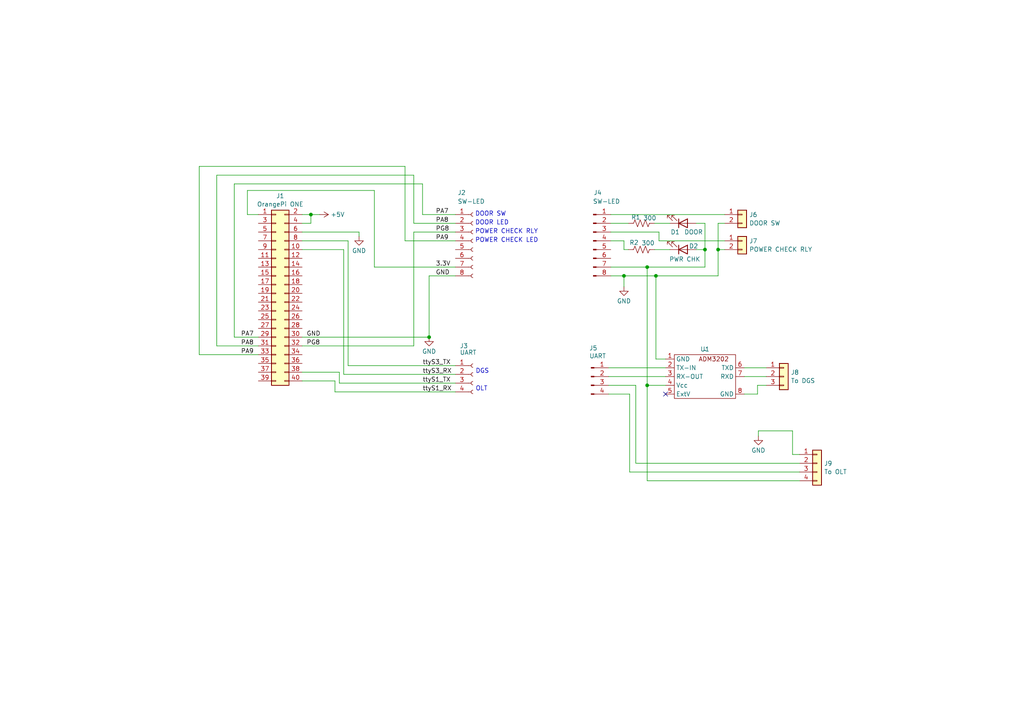
<source format=kicad_sch>
(kicad_sch (version 20230121) (generator eeschema)
  (paper "A4")
  (title_block (title "Patrol Hat Circuit") (date "2023-10-27") (rev "1.00") (company "HOLLY&Co.,Ltd."))
  (lib_symbols
    (symbol "Connector:Conn_01x04_Pin" (pin_names (offset 1.016) hide)
      (property "Reference" "J" (at 0 5.08 0))
      (property "Value" "Conn_01x04_Pin" (at 0 -7.62 0))
      (symbol "Conn_01x04_Pin_1_1"
        (polyline (pts (xy 1.27 -5.08) (xy 0.8636 -5.08)) (stroke (width 0.1524)))
        (polyline (pts (xy 1.27 -2.54) (xy 0.8636 -2.54)) (stroke (width 0.1524)))
        (polyline (pts (xy 1.27 0) (xy 0.8636 0)) (stroke (width 0.1524)))
        (polyline (pts (xy 1.27 2.54) (xy 0.8636 2.54)) (stroke (width 0.1524)))
        (rectangle (start 0.8636 -4.953) (end 0 -5.207) (stroke (width 0.1524)) (fill (type outline)))
        (rectangle (start 0.8636 -2.413) (end 0 -2.667) (stroke (width 0.1524)) (fill (type outline)))
        (rectangle (start 0.8636 0.127) (end 0 -0.127) (stroke (width 0.1524)) (fill (type outline)))
        (rectangle (start 0.8636 2.667) (end 0 2.413) (stroke (width 0.1524)) (fill (type outline)))
        (pin passive line (at 5.08 2.54 180) (length 3.81) (name "Pin_1") (number "1"))
        (pin passive line (at 5.08 0 180) (length 3.81) (name "Pin_2") (number "2"))
        (pin passive line (at 5.08 -2.54 180) (length 3.81) (name "Pin_3") (number "3"))
        (pin passive line (at 5.08 -5.08 180) (length 3.81) (name "Pin_4") (number "4"))
      )
    )
    (symbol "Connector:Conn_01x04_Socket" (pin_names (offset 1.016) hide)
      (property "Reference" "J" (at 0 5.08 0))
      (property "Value" "Conn_01x04_Socket" (at 0 -7.62 0))
      (symbol "Conn_01x04_Socket_1_1"
        (arc (start 0 -4.572) (mid -0.5058 -5.08) (end 0 -5.588) (stroke (width 0.1524)))
        (arc (start 0 -2.032) (mid -0.5058 -2.54) (end 0 -3.048) (stroke (width 0.1524)))
        (polyline (pts (xy -1.27 -5.08) (xy -0.508 -5.08)) (stroke (width 0.1524)))
        (polyline (pts (xy -1.27 -2.54) (xy -0.508 -2.54)) (stroke (width 0.1524)))
        (polyline (pts (xy -1.27 0) (xy -0.508 0)) (stroke (width 0.1524)))
        (polyline (pts (xy -1.27 2.54) (xy -0.508 2.54)) (stroke (width 0.1524)))
        (arc (start 0 0.508) (mid -0.5058 0) (end 0 -0.508) (stroke (width 0.1524)))
        (arc (start 0 3.048) (mid -0.5058 2.54) (end 0 2.032) (stroke (width 0.1524)))
        (pin passive line (at -5.08 2.54 0) (length 3.81) (name "Pin_1") (number "1"))
        (pin passive line (at -5.08 0 0) (length 3.81) (name "Pin_2") (number "2"))
        (pin passive line (at -5.08 -2.54 0) (length 3.81) (name "Pin_3") (number "3"))
        (pin passive line (at -5.08 -5.08 0) (length 3.81) (name "Pin_4") (number "4"))
      )
    )
    (symbol "Connector:Conn_01x08_Pin" (pin_names (offset 1.016) hide)
      (property "Reference" "J" (at 0 10.16 0))
      (property "Value" "Conn_01x08_Pin" (at 0 -12.7 0))
      (symbol "Conn_01x08_Pin_1_1"
        (polyline (pts (xy 1.27 -10.16) (xy 0.8636 -10.16)) (stroke (width 0.1524)))
        (polyline (pts (xy 1.27 -7.62) (xy 0.8636 -7.62)) (stroke (width 0.1524)))
        (polyline (pts (xy 1.27 -5.08) (xy 0.8636 -5.08)) (stroke (width 0.1524)))
        (polyline (pts (xy 1.27 -2.54) (xy 0.8636 -2.54)) (stroke (width 0.1524)))
        (polyline (pts (xy 1.27 0) (xy 0.8636 0)) (stroke (width 0.1524)))
        (polyline (pts (xy 1.27 2.54) (xy 0.8636 2.54)) (stroke (width 0.1524)))
        (polyline (pts (xy 1.27 5.08) (xy 0.8636 5.08)) (stroke (width 0.1524)))
        (polyline (pts (xy 1.27 7.62) (xy 0.8636 7.62)) (stroke (width 0.1524)))
        (rectangle (start 0.8636 -10.033) (end 0 -10.287) (stroke (width 0.1524)) (fill (type outline)))
        (rectangle (start 0.8636 -7.493) (end 0 -7.747) (stroke (width 0.1524)) (fill (type outline)))
        (rectangle (start 0.8636 -4.953) (end 0 -5.207) (stroke (width 0.1524)) (fill (type outline)))
        (rectangle (start 0.8636 -2.413) (end 0 -2.667) (stroke (width 0.1524)) (fill (type outline)))
        (rectangle (start 0.8636 0.127) (end 0 -0.127) (stroke (width 0.1524)) (fill (type outline)))
        (rectangle (start 0.8636 2.667) (end 0 2.413) (stroke (width 0.1524)) (fill (type outline)))
        (rectangle (start 0.8636 5.207) (end 0 4.953) (stroke (width 0.1524)) (fill (type outline)))
        (rectangle (start 0.8636 7.747) (end 0 7.493) (stroke (width 0.1524)) (fill (type outline)))
        (pin passive line (at 5.08 7.62 180) (length 3.81) (name "Pin_1") (number "1"))
        (pin passive line (at 5.08 5.08 180) (length 3.81) (name "Pin_2") (number "2"))
        (pin passive line (at 5.08 2.54 180) (length 3.81) (name "Pin_3") (number "3"))
        (pin passive line (at 5.08 0 180) (length 3.81) (name "Pin_4") (number "4"))
        (pin passive line (at 5.08 -2.54 180) (length 3.81) (name "Pin_5") (number "5"))
        (pin passive line (at 5.08 -5.08 180) (length 3.81) (name "Pin_6") (number "6"))
        (pin passive line (at 5.08 -7.62 180) (length 3.81) (name "Pin_7") (number "7"))
        (pin passive line (at 5.08 -10.16 180) (length 3.81) (name "Pin_8") (number "8"))
      )
    )
    (symbol "Connector:Conn_01x08_Socket" (pin_names (offset 1.016) hide)
      (property "Reference" "J" (at 0 10.16 0))
      (property "Value" "Conn_01x08_Socket" (at 0 -12.7 0))
      (symbol "Conn_01x08_Socket_1_1"
        (arc (start 0 -9.652) (mid -0.5058 -10.16) (end 0 -10.668) (stroke (width 0.1524)))
        (arc (start 0 -7.112) (mid -0.5058 -7.62) (end 0 -8.128) (stroke (width 0.1524)))
        (arc (start 0 -4.572) (mid -0.5058 -5.08) (end 0 -5.588) (stroke (width 0.1524)))
        (arc (start 0 -2.032) (mid -0.5058 -2.54) (end 0 -3.048) (stroke (width 0.1524)))
        (polyline (pts (xy -1.27 -10.16) (xy -0.508 -10.16)) (stroke (width 0.1524)))
        (polyline (pts (xy -1.27 -7.62) (xy -0.508 -7.62)) (stroke (width 0.1524)))
        (polyline (pts (xy -1.27 -5.08) (xy -0.508 -5.08)) (stroke (width 0.1524)))
        (polyline (pts (xy -1.27 -2.54) (xy -0.508 -2.54)) (stroke (width 0.1524)))
        (polyline (pts (xy -1.27 0) (xy -0.508 0)) (stroke (width 0.1524)))
        (polyline (pts (xy -1.27 2.54) (xy -0.508 2.54)) (stroke (width 0.1524)))
        (polyline (pts (xy -1.27 5.08) (xy -0.508 5.08)) (stroke (width 0.1524)))
        (polyline (pts (xy -1.27 7.62) (xy -0.508 7.62)) (stroke (width 0.1524)))
        (arc (start 0 0.508) (mid -0.5058 0) (end 0 -0.508) (stroke (width 0.1524)))
        (arc (start 0 3.048) (mid -0.5058 2.54) (end 0 2.032) (stroke (width 0.1524)))
        (arc (start 0 5.588) (mid -0.5058 5.08) (end 0 4.572) (stroke (width 0.1524)))
        (arc (start 0 8.128) (mid -0.5058 7.62) (end 0 7.112) (stroke (width 0.1524)))
        (pin passive line (at -5.08 7.62 0) (length 3.81) (name "Pin_1") (number "1"))
        (pin passive line (at -5.08 5.08 0) (length 3.81) (name "Pin_2") (number "2"))
        (pin passive line (at -5.08 2.54 0) (length 3.81) (name "Pin_3") (number "3"))
        (pin passive line (at -5.08 0 0) (length 3.81) (name "Pin_4") (number "4"))
        (pin passive line (at -5.08 -2.54 0) (length 3.81) (name "Pin_5") (number "5"))
        (pin passive line (at -5.08 -5.08 0) (length 3.81) (name "Pin_6") (number "6"))
        (pin passive line (at -5.08 -7.62 0) (length 3.81) (name "Pin_7") (number "7"))
        (pin passive line (at -5.08 -10.16 0) (length 3.81) (name "Pin_8") (number "8"))
      )
    )
    (symbol "Connector_Generic:Conn_01x02" (pin_names (offset 1.016) hide)
      (property "Reference" "J" (at 0 2.54 0))
      (property "Value" "Conn_01x02" (at 0 -5.08 0))
      (symbol "Conn_01x02_1_1"
        (rectangle (start -1.27 -2.413) (end 0 -2.667) (stroke (width 0.1524)))
        (rectangle (start -1.27 0.127) (end 0 -0.127) (stroke (width 0.1524)))
        (rectangle (start -1.27 1.27) (end 1.27 -3.81) (stroke (width 0.254)) (fill (type background)))
        (pin passive line (at -5.08 0 0) (length 3.81) (name "Pin_1") (number "1"))
        (pin passive line (at -5.08 -2.54 0) (length 3.81) (name "Pin_2") (number "2"))
      )
    )
    (symbol "Connector_Generic:Conn_01x03" (pin_names (offset 1.016) hide)
      (property "Reference" "J" (at 0 5.08 0))
      (property "Value" "Conn_01x03" (at 0 -5.08 0))
      (symbol "Conn_01x03_1_1"
        (rectangle (start -1.27 -2.413) (end 0 -2.667) (stroke (width 0.1524)))
        (rectangle (start -1.27 0.127) (end 0 -0.127) (stroke (width 0.1524)))
        (rectangle (start -1.27 2.667) (end 0 2.413) (stroke (width 0.1524)))
        (rectangle (start -1.27 3.81) (end 1.27 -3.81) (stroke (width 0.254)) (fill (type background)))
        (pin passive line (at -5.08 2.54 0) (length 3.81) (name "Pin_1") (number "1"))
        (pin passive line (at -5.08 0 0) (length 3.81) (name "Pin_2") (number "2"))
        (pin passive line (at -5.08 -2.54 0) (length 3.81) (name "Pin_3") (number "3"))
      )
    )
    (symbol "Connector_Generic:Conn_01x04" (pin_names (offset 1.016) hide)
      (property "Reference" "J" (at 0 5.08 0))
      (property "Value" "Conn_01x04" (at 0 -7.62 0))
      (symbol "Conn_01x04_1_1"
        (rectangle (start -1.27 -4.953) (end 0 -5.207) (stroke (width 0.1524)))
        (rectangle (start -1.27 -2.413) (end 0 -2.667) (stroke (width 0.1524)))
        (rectangle (start -1.27 0.127) (end 0 -0.127) (stroke (width 0.1524)))
        (rectangle (start -1.27 2.667) (end 0 2.413) (stroke (width 0.1524)))
        (rectangle (start -1.27 3.81) (end 1.27 -6.35) (stroke (width 0.254)) (fill (type background)))
        (pin passive line (at -5.08 2.54 0) (length 3.81) (name "Pin_1") (number "1"))
        (pin passive line (at -5.08 0 0) (length 3.81) (name "Pin_2") (number "2"))
        (pin passive line (at -5.08 -2.54 0) (length 3.81) (name "Pin_3") (number "3"))
        (pin passive line (at -5.08 -5.08 0) (length 3.81) (name "Pin_4") (number "4"))
      )
    )
    (symbol "Connector_Generic:Conn_02x20_Odd_Even" (pin_names (offset 1.016) hide)
      (property "Reference" "J" (at 1.27 25.4 0))
      (property "Value" "Conn_02x20_Odd_Even" (at 1.27 -27.94 0))
      (symbol "Conn_02x20_Odd_Even_1_1"
        (rectangle (start -1.27 -25.273) (end 0 -25.527) (stroke (width 0.1524)))
        (rectangle (start -1.27 -22.733) (end 0 -22.987) (stroke (width 0.1524)))
        (rectangle (start -1.27 -20.193) (end 0 -20.447) (stroke (width 0.1524)))
        (rectangle (start -1.27 -17.653) (end 0 -17.907) (stroke (width 0.1524)))
        (rectangle (start -1.27 -15.113) (end 0 -15.367) (stroke (width 0.1524)))
        (rectangle (start -1.27 -12.573) (end 0 -12.827) (stroke (width 0.1524)))
        (rectangle (start -1.27 -10.033) (end 0 -10.287) (stroke (width 0.1524)))
        (rectangle (start -1.27 -7.493) (end 0 -7.747) (stroke (width 0.1524)))
        (rectangle (start -1.27 -4.953) (end 0 -5.207) (stroke (width 0.1524)))
        (rectangle (start -1.27 -2.413) (end 0 -2.667) (stroke (width 0.1524)))
        (rectangle (start -1.27 0.127) (end 0 -0.127) (stroke (width 0.1524)))
        (rectangle (start -1.27 2.667) (end 0 2.413) (stroke (width 0.1524)))
        (rectangle (start -1.27 5.207) (end 0 4.953) (stroke (width 0.1524)))
        (rectangle (start -1.27 7.747) (end 0 7.493) (stroke (width 0.1524)))
        (rectangle (start -1.27 10.287) (end 0 10.033) (stroke (width 0.1524)))
        (rectangle (start -1.27 12.827) (end 0 12.573) (stroke (width 0.1524)))
        (rectangle (start -1.27 15.367) (end 0 15.113) (stroke (width 0.1524)))
        (rectangle (start -1.27 17.907) (end 0 17.653) (stroke (width 0.1524)))
        (rectangle (start -1.27 20.447) (end 0 20.193) (stroke (width 0.1524)))
        (rectangle (start -1.27 22.987) (end 0 22.733) (stroke (width 0.1524)))
        (rectangle (start -1.27 24.13) (end 3.81 -26.67) (stroke (width 0.254)) (fill (type background)))
        (rectangle (start 3.81 -25.273) (end 2.54 -25.527) (stroke (width 0.1524)))
        (rectangle (start 3.81 -22.733) (end 2.54 -22.987) (stroke (width 0.1524)))
        (rectangle (start 3.81 -20.193) (end 2.54 -20.447) (stroke (width 0.1524)))
        (rectangle (start 3.81 -17.653) (end 2.54 -17.907) (stroke (width 0.1524)))
        (rectangle (start 3.81 -15.113) (end 2.54 -15.367) (stroke (width 0.1524)))
        (rectangle (start 3.81 -12.573) (end 2.54 -12.827) (stroke (width 0.1524)))
        (rectangle (start 3.81 -10.033) (end 2.54 -10.287) (stroke (width 0.1524)))
        (rectangle (start 3.81 -7.493) (end 2.54 -7.747) (stroke (width 0.1524)))
        (rectangle (start 3.81 -4.953) (end 2.54 -5.207) (stroke (width 0.1524)))
        (rectangle (start 3.81 -2.413) (end 2.54 -2.667) (stroke (width 0.1524)))
        (rectangle (start 3.81 0.127) (end 2.54 -0.127) (stroke (width 0.1524)))
        (rectangle (start 3.81 2.667) (end 2.54 2.413) (stroke (width 0.1524)))
        (rectangle (start 3.81 5.207) (end 2.54 4.953) (stroke (width 0.1524)))
        (rectangle (start 3.81 7.747) (end 2.54 7.493) (stroke (width 0.1524)))
        (rectangle (start 3.81 10.287) (end 2.54 10.033) (stroke (width 0.1524)))
        (rectangle (start 3.81 12.827) (end 2.54 12.573) (stroke (width 0.1524)))
        (rectangle (start 3.81 15.367) (end 2.54 15.113) (stroke (width 0.1524)))
        (rectangle (start 3.81 17.907) (end 2.54 17.653) (stroke (width 0.1524)))
        (rectangle (start 3.81 20.447) (end 2.54 20.193) (stroke (width 0.1524)))
        (rectangle (start 3.81 22.987) (end 2.54 22.733) (stroke (width 0.1524)))
        (pin passive line (at -5.08 22.86 0) (length 3.81) (name "Pin_1") (number "1"))
        (pin passive line (at 7.62 12.7 180) (length 3.81) (name "Pin_10") (number "10"))
        (pin passive line (at -5.08 10.16 0) (length 3.81) (name "Pin_11") (number "11"))
        (pin passive line (at 7.62 10.16 180) (length 3.81) (name "Pin_12") (number "12"))
        (pin passive line (at -5.08 7.62 0) (length 3.81) (name "Pin_13") (number "13"))
        (pin passive line (at 7.62 7.62 180) (length 3.81) (name "Pin_14") (number "14"))
        (pin passive line (at -5.08 5.08 0) (length 3.81) (name "Pin_15") (number "15"))
        (pin passive line (at 7.62 5.08 180) (length 3.81) (name "Pin_16") (number "16"))
        (pin passive line (at -5.08 2.54 0) (length 3.81) (name "Pin_17") (number "17"))
        (pin passive line (at 7.62 2.54 180) (length 3.81) (name "Pin_18") (number "18"))
        (pin passive line (at -5.08 0 0) (length 3.81) (name "Pin_19") (number "19"))
        (pin passive line (at 7.62 22.86 180) (length 3.81) (name "Pin_2") (number "2"))
        (pin passive line (at 7.62 0 180) (length 3.81) (name "Pin_20") (number "20"))
        (pin passive line (at -5.08 -2.54 0) (length 3.81) (name "Pin_21") (number "21"))
        (pin passive line (at 7.62 -2.54 180) (length 3.81) (name "Pin_22") (number "22"))
        (pin passive line (at -5.08 -5.08 0) (length 3.81) (name "Pin_23") (number "23"))
        (pin passive line (at 7.62 -5.08 180) (length 3.81) (name "Pin_24") (number "24"))
        (pin passive line (at -5.08 -7.62 0) (length 3.81) (name "Pin_25") (number "25"))
        (pin passive line (at 7.62 -7.62 180) (length 3.81) (name "Pin_26") (number "26"))
        (pin passive line (at -5.08 -10.16 0) (length 3.81) (name "Pin_27") (number "27"))
        (pin passive line (at 7.62 -10.16 180) (length 3.81) (name "Pin_28") (number "28"))
        (pin passive line (at -5.08 -12.7 0) (length 3.81) (name "Pin_29") (number "29"))
        (pin passive line (at -5.08 20.32 0) (length 3.81) (name "Pin_3") (number "3"))
        (pin passive line (at 7.62 -12.7 180) (length 3.81) (name "Pin_30") (number "30"))
        (pin passive line (at -5.08 -15.24 0) (length 3.81) (name "Pin_31") (number "31"))
        (pin passive line (at 7.62 -15.24 180) (length 3.81) (name "Pin_32") (number "32"))
        (pin passive line (at -5.08 -17.78 0) (length 3.81) (name "Pin_33") (number "33"))
        (pin passive line (at 7.62 -17.78 180) (length 3.81) (name "Pin_34") (number "34"))
        (pin passive line (at -5.08 -20.32 0) (length 3.81) (name "Pin_35") (number "35"))
        (pin passive line (at 7.62 -20.32 180) (length 3.81) (name "Pin_36") (number "36"))
        (pin passive line (at -5.08 -22.86 0) (length 3.81) (name "Pin_37") (number "37"))
        (pin passive line (at 7.62 -22.86 180) (length 3.81) (name "Pin_38") (number "38"))
        (pin passive line (at -5.08 -25.4 0) (length 3.81) (name "Pin_39") (number "39"))
        (pin passive line (at 7.62 20.32 180) (length 3.81) (name "Pin_4") (number "4"))
        (pin passive line (at 7.62 -25.4 180) (length 3.81) (name "Pin_40") (number "40"))
        (pin passive line (at -5.08 17.78 0) (length 3.81) (name "Pin_5") (number "5"))
        (pin passive line (at 7.62 17.78 180) (length 3.81) (name "Pin_6") (number "6"))
        (pin passive line (at -5.08 15.24 0) (length 3.81) (name "Pin_7") (number "7"))
        (pin passive line (at 7.62 15.24 180) (length 3.81) (name "Pin_8") (number "8"))
        (pin passive line (at -5.08 12.7 0) (length 3.81) (name "Pin_9") (number "9"))
      )
    )
    (symbol "Device:LED" (pin_numbers hide) (pin_names (offset 1.016) hide)
      (property "Reference" "D" (at 0 2.54 0))
      (property "Value" "LED" (at 0 -2.54 0))
      (symbol "LED_0_1"
        (polyline (pts (xy -1.27 -1.27) (xy -1.27 1.27)) (stroke (width 0.254)))
        (polyline (pts (xy -1.27 0) (xy 1.27 0)))
        (polyline (pts (xy 1.27 -1.27) (xy 1.27 1.27) (xy -1.27 0) (xy 1.27 -1.27)) (stroke (width 0.254)))
        (polyline (pts (xy -3.048 -0.762) (xy -4.572 -2.286) (xy -3.81 -2.286) (xy -4.572 -2.286) (xy -4.572 -1.524)))
        (polyline (pts (xy -1.778 -0.762) (xy -3.302 -2.286) (xy -2.54 -2.286) (xy -3.302 -2.286) (xy -3.302 -1.524)))
      )
      (symbol "LED_1_1"
        (pin passive line (at -3.81 0 0) (length 2.54) (name "K") (number "1"))
        (pin passive line (at 3.81 0 180) (length 2.54) (name "A") (number "2"))
      )
    )
    (symbol "Device:R_US" (pin_numbers hide) (pin_names (offset 0))
      (property "Reference" "R" (at 2.54 0 90))
      (property "Value" "R_US" (at -2.54 0 90))
      (symbol "R_US_0_1"
        (polyline (pts (xy 0 -2.286) (xy 0 -2.54)))
        (polyline (pts (xy 0 2.286) (xy 0 2.54)))
        (polyline (pts (xy 0 -0.762) (xy 1.016 -1.143) (xy 0 -1.524) (xy -1.016 -1.905) (xy 0 -2.286)))
        (polyline (pts (xy 0 0.762) (xy 1.016 0.381) (xy 0 0) (xy -1.016 -0.381) (xy 0 -0.762)))
        (polyline (pts (xy 0 2.286) (xy 1.016 1.905) (xy 0 1.524) (xy -1.016 1.143) (xy 0 0.762)))
      )
      (symbol "R_US_1_1"
        (pin passive line (at 0 3.81 270) (length 1.27) (name "~") (number "1"))
        (pin passive line (at 0 -3.81 90) (length 1.27) (name "~") (number "2"))
      )
    )
    (symbol "ae-adm3202:AE-ADM3202"
      (property "Reference" "U" (at 0 0 0))
      (symbol "AE-ADM3202_0_1"
        (rectangle (start -8.89 -1.27) (end 8.89 -13.97))
      )
      (symbol "AE-ADM3202_1_1"
        (text "ADM3202" (at 2.54 -2.54 0) (effects (font (size 1.27 1.27))))
        (pin bidirectional line (at -11.43 -2.54 0) (length 2.54) (name "GND") (number "1"))
        (pin input line (at -11.43 -5.08 0) (length 2.54) (name "TX-IN") (number "2"))
        (pin output line (at -11.43 -7.62 0) (length 2.54) (name "RX-OUT") (number "3"))
        (pin power_in line (at -11.43 -10.16 0) (length 2.54) (name "Vcc") (number "4"))
        (pin power_in line (at -11.43 -12.7 0) (length 2.54) (name "ExtV") (number "5"))
        (pin output line (at 11.43 -5.08 180) (length 2.54) (name "TXD") (number "6"))
        (pin input line (at 11.43 -7.62 180) (length 2.54) (name "RXD") (number "7"))
        (pin bidirectional line (at 11.43 -12.7 180) (length 2.54) (name "GND") (number "8"))
      )
    )
    (symbol "power:+5V" (power) (pin_names (offset 0))
      (property "Value" "+5V" (at 0 3.556 0))
      (symbol "+5V_0_1"
        (polyline (pts (xy -0.762 1.27) (xy 0 2.54)))
        (polyline (pts (xy 0 0) (xy 0 2.54)))
        (polyline (pts (xy 0 2.54) (xy 0.762 1.27)))
      )
      (symbol "+5V_1_1"
        (pin power_in line (at 0 0 90) (length 0) hide (name "+5V") (number "1"))
      )
    )
    (symbol "power:GND" (power) (pin_names (offset 0))
      (property "Value" "GND" (at 0 -3.81 0))
      (symbol "GND_0_1"
        (polyline (pts (xy 0 0) (xy 0 -1.27) (xy 1.27 -1.27) (xy 0 -2.54) (xy -1.27 -1.27) (xy 0 -1.27)))
      )
      (symbol "GND_1_1"
        (pin power_in line (at 0 0 270) (length 0) hide (name "GND") (number "1"))
      )
    )
  )
  (junction (at 90.17 62.23))
  (junction (at 124.46 97.79))
  (junction (at 190.246 80.01))
  (junction (at 208.28 72.39))
  (junction (at 187.706 111.76))
  (junction (at 180.975 80.01))
  (junction (at 187.706 77.47))
  (junction (at 204.47 72.39))
  (no_connect (at 193.04 114.3))
  (wire (pts (xy 71.755 55.245) (xy 108.585 55.245)))
  (wire (pts (xy 87.63 67.31) (xy 104.14 67.31)))
  (wire (pts (xy 120.015 64.77) (xy 132.08 64.77)))
  (wire (pts (xy 177.165 80.01) (xy 180.975 80.01)))
  (wire (pts (xy 208.28 64.77) (xy 208.28 72.39)))
  (wire (pts (xy 176.53 111.76) (xy 184.404 111.76)))
  (wire (pts (xy 189.865 64.77) (xy 194.31 64.77)))
  (wire (pts (xy 219.964 124.968) (xy 229.87 124.968)))
  (wire (pts (xy 184.404 134.366) (xy 231.902 134.366)))
  (wire (pts (xy 177.165 77.47) (xy 187.706 77.47)))
  (wire (pts (xy 191.135 69.85) (xy 210.185 69.85)))
  (wire (pts (xy 100.965 106.045) (xy 132.08 106.045)))
  (wire (pts (xy 187.706 139.446) (xy 187.706 111.76)))
  (wire (pts (xy 219.71 111.76) (xy 219.71 114.3)))
  (wire (pts (xy 193.04 111.76) (xy 187.706 111.76)))
  (wire (pts (xy 97.155 113.665) (xy 132.08 113.665)))
  (wire (pts (xy 117.475 48.26) (xy 117.475 69.85)))
  (wire (pts (xy 74.93 62.23) (xy 71.755 62.23)))
  (wire (pts (xy 229.87 124.968) (xy 229.87 131.826)))
  (wire (pts (xy 87.63 110.49) (xy 97.155 110.49)))
  (wire (pts (xy 62.865 50.8) (xy 120.015 50.8)))
  (wire (pts (xy 193.04 104.14) (xy 190.246 104.14)))
  (wire (pts (xy 184.404 111.76) (xy 184.404 134.366)))
  (wire (pts (xy 229.87 131.826) (xy 231.902 131.826)))
  (wire (pts (xy 98.425 107.95) (xy 98.425 111.125)))
  (wire (pts (xy 176.53 106.68) (xy 193.04 106.68)))
  (wire (pts (xy 67.945 97.79) (xy 67.945 53.34)))
  (wire (pts (xy 176.53 109.22) (xy 193.04 109.22)))
  (wire (pts (xy 231.902 139.446) (xy 187.706 139.446)))
  (wire (pts (xy 87.63 64.77) (xy 90.17 64.77)))
  (wire (pts (xy 87.63 107.95) (xy 98.425 107.95)))
  (wire (pts (xy 87.63 100.33) (xy 120.015 100.33)))
  (wire (pts (xy 87.63 97.79) (xy 124.46 97.79)))
  (wire (pts (xy 108.585 55.245) (xy 108.585 77.47)))
  (wire (pts (xy 90.17 62.23) (xy 92.71 62.23)))
  (wire (pts (xy 177.165 69.85) (xy 180.975 69.85)))
  (wire (pts (xy 182.245 72.39) (xy 180.975 72.39)))
  (wire (pts (xy 71.755 62.23) (xy 71.755 55.245)))
  (wire (pts (xy 62.865 100.33) (xy 62.865 50.8)))
  (wire (pts (xy 180.975 80.01) (xy 180.975 83.185)))
  (wire (pts (xy 124.46 80.01) (xy 132.08 80.01)))
  (wire (pts (xy 104.14 67.31) (xy 104.14 68.58)))
  (wire (pts (xy 187.706 77.47) (xy 204.47 77.47)))
  (wire (pts (xy 122.555 62.23) (xy 132.08 62.23)))
  (wire (pts (xy 177.165 64.77) (xy 182.245 64.77)))
  (wire (pts (xy 177.165 62.23) (xy 210.185 62.23)))
  (wire (pts (xy 124.46 97.79) (xy 124.46 80.01)))
  (wire (pts (xy 189.865 72.39) (xy 194.31 72.39)))
  (wire (pts (xy 204.47 77.47) (xy 204.47 72.39)))
  (wire (pts (xy 97.155 110.49) (xy 97.155 113.665)))
  (wire (pts (xy 215.9 109.22) (xy 222.25 109.22)))
  (wire (pts (xy 210.185 64.77) (xy 208.28 64.77)))
  (wire (pts (xy 208.28 72.39) (xy 208.28 80.01)))
  (wire (pts (xy 122.555 53.34) (xy 122.555 62.23)))
  (wire (pts (xy 190.246 80.01) (xy 208.28 80.01)))
  (wire (pts (xy 120.015 100.33) (xy 120.015 67.31)))
  (wire (pts (xy 120.015 67.31) (xy 132.08 67.31)))
  (wire (pts (xy 177.165 67.31) (xy 191.135 67.31)))
  (wire (pts (xy 87.63 62.23) (xy 90.17 62.23)))
  (wire (pts (xy 219.964 126.492) (xy 219.964 124.968)))
  (wire (pts (xy 87.63 69.85) (xy 100.965 69.85)))
  (wire (pts (xy 201.93 72.39) (xy 204.47 72.39)))
  (wire (pts (xy 191.135 67.31) (xy 191.135 69.85)))
  (wire (pts (xy 180.975 80.01) (xy 190.246 80.01)))
  (wire (pts (xy 120.015 50.8) (xy 120.015 64.77)))
  (wire (pts (xy 219.71 111.76) (xy 222.25 111.76)))
  (wire (pts (xy 99.695 72.39) (xy 99.695 108.585)))
  (wire (pts (xy 176.53 114.3) (xy 182.626 114.3)))
  (wire (pts (xy 215.9 106.68) (xy 222.25 106.68)))
  (wire (pts (xy 204.47 72.39) (xy 204.47 64.77)))
  (wire (pts (xy 57.785 48.26) (xy 117.475 48.26)))
  (wire (pts (xy 210.185 72.39) (xy 208.28 72.39)))
  (wire (pts (xy 90.17 64.77) (xy 90.17 62.23)))
  (wire (pts (xy 87.63 72.39) (xy 99.695 72.39)))
  (wire (pts (xy 180.975 72.39) (xy 180.975 69.85)))
  (wire (pts (xy 117.475 69.85) (xy 132.08 69.85)))
  (wire (pts (xy 74.93 97.79) (xy 67.945 97.79)))
  (wire (pts (xy 190.246 104.14) (xy 190.246 80.01)))
  (wire (pts (xy 100.965 69.85) (xy 100.965 106.045)))
  (wire (pts (xy 182.626 114.3) (xy 182.626 136.906)))
  (wire (pts (xy 219.71 114.3) (xy 215.9 114.3)))
  (wire (pts (xy 74.93 102.87) (xy 57.785 102.87)))
  (wire (pts (xy 74.93 100.33) (xy 62.865 100.33)))
  (wire (pts (xy 99.695 108.585) (xy 132.08 108.585)))
  (wire (pts (xy 204.47 64.77) (xy 201.93 64.77)))
  (wire (pts (xy 67.945 53.34) (xy 122.555 53.34)))
  (wire (pts (xy 57.785 102.87) (xy 57.785 48.26)))
  (wire (pts (xy 187.706 77.47) (xy 187.706 111.76)))
  (wire (pts (xy 182.626 136.906) (xy 231.902 136.906)))
  (wire (pts (xy 98.425 111.125) (xy 132.08 111.125)))
  (wire (pts (xy 108.585 77.47) (xy 132.08 77.47)))
  (text "POWER CHECK LED" (at 137.795 70.485 0) (effects (font (size 1.27 1.27)) (justify left bottom)))
  (text "DOOR LED" (at 137.795 65.405 0) (effects (font (size 1.27 1.27)) (justify left bottom)))
  (text "OLT" (at 137.922 113.538 0) (effects (font (size 1.27 1.27)) (justify left bottom)))
  (text "POWER CHECK RLY" (at 137.795 67.945 0) (effects (font (size 1.27 1.27)) (justify left bottom)))
  (text "DGS" (at 137.922 108.458 0) (effects (font (size 1.27 1.27)) (justify left bottom)))
  (text "DOOR SW" (at 137.795 62.865 0) (effects (font (size 1.27 1.27)) (justify left bottom)))
  (label "PA9" (at 126.365 69.85 0))
  (label "PG8" (at 126.365 67.31 0))
  (label "PA7" (at 69.85 97.79 0))
  (label "PA8" (at 69.85 100.33 0))
  (label "ttyS1_RX" (at 122.555 113.665 0))
  (label "ttyS3_TX" (at 122.555 106.045 0))
  (label "PA7" (at 126.365 62.23 0))
  (label "PA8" (at 126.365 64.77 0))
  (label "GND" (at 126.365 80.01 0))
  (label "PG8" (at 88.9 100.33 0))
  (label "3.3V" (at 126.365 77.47 0))
  (label "GND" (at 88.9 97.79 0))
  (label "PA9" (at 69.85 102.87 0))
  (label "ttyS1_TX" (at 122.555 111.125 0))
  (label "ttyS3_RX" (at 122.555 108.585 0))
  (symbol (lib_id "power:GND") (at 180.975 83.185 0) (unit 1)
    (property "Reference" "#PWR04" (effects hide))
    (property "Value" "GND" (at 180.975 87.3181 0))
  )
  (symbol (lib_id "Connector:Conn_01x04_Socket") (at 137.16 108.585 0) (unit 1)
    (property "Reference" "J3" (at 133.35 100.33 0) (effects (justify left)))
    (property "Value" "UART" (at 133.35 102.235 0) (effects (justify left)))
  )
  (symbol (lib_id "Connector_Generic:Conn_01x02") (at 215.265 69.85 0) (unit 1)
    (property "Reference" "J7" (at 217.297 69.9079 0) (effects (justify left)))
    (property "Value" "POWER CHECK RLY" (at 217.297 72.3321 0) (effects (justify left)))
  )
  (symbol (lib_id "Device:LED") (at 198.12 64.77 0) (mirror x) (unit 1)
    (property "Reference" "D1" (at 195.834 67.31 0))
    (property "Value" "DOOR" (at 201.168 67.31 0))
  )
  (symbol (lib_id "Connector_Generic:Conn_01x04") (at 236.982 134.366 0) (unit 1)
    (property "Reference" "J9" (at 239.014 134.4239 0) (effects (justify left)))
    (property "Value" "To OLT" (at 239.014 136.8481 0) (effects (justify left)))
  )
  (symbol (lib_id "Device:R_US") (at 186.055 64.77 90) (unit 1)
    (property "Reference" "R1" (at 184.404 62.992 90))
    (property "Value" "300" (at 188.468 63.246 90))
  )
  (symbol (lib_id "Device:LED") (at 198.12 72.39 0) (mirror x) (unit 1)
    (property "Reference" "D2" (at 201.168 71.374 0))
    (property "Value" "PWR CHK" (at 198.628 75.184 0))
  )
  (symbol (lib_id "Connector_Generic:Conn_02x20_Odd_Even") (at 80.01 85.09 0) (unit 1)
    (property "Reference" "J1" (at 81.28 56.8157 0))
    (property "Value" "OrangePi ONE" (at 81.28 59.2399 0))
  )
  (symbol (lib_id "Connector:Conn_01x08_Socket") (at 137.16 69.85 0) (unit 1)
    (property "Reference" "J2" (at 132.715 55.88 0) (effects (justify left)))
    (property "Value" "SW-LED" (at 132.715 58.42 0) (effects (justify left)))
  )
  (symbol (lib_id "power:+5V") (at 92.71 62.23 270) (unit 1)
    (property "Reference" "#PWR01" (effects hide))
    (property "Value" "+5V" (at 95.885 62.23 90) (effects (justify left)))
  )
  (symbol (lib_id "Connector_Generic:Conn_01x02") (at 215.265 62.23 0) (unit 1)
    (property "Reference" "J6" (at 217.297 62.2879 0) (effects (justify left)))
    (property "Value" "DOOR SW" (at 217.297 64.7121 0) (effects (justify left)))
  )
  (symbol (lib_id "ae-adm3202:AE-ADM3202") (at 204.47 101.6 0) (unit 1)
    (property "Reference" "U1" (at 204.47 101.2769 0))
    (property "Value" "~" (at 204.47 101.6 0))
    (property "Footprint" "holly:AE-ADM3202" (effects hide))
    (property "Datasheet" "https://akizukidenshi.com/download/ds/akizuki/AE-ADM3202_20190923.pdf" (effects hide))
  )
  (symbol (lib_id "power:GND") (at 219.964 126.492 0) (unit 1)
    (property "Reference" "#PWR05" (effects hide))
    (property "Value" "GND" (at 219.964 130.6251 0))
  )
  (symbol (lib_id "Connector:Conn_01x04_Pin") (at 171.45 109.22 0) (unit 1)
    (property "Reference" "J5" (at 172.085 100.965 0))
    (property "Value" "UART" (at 173.355 103.251 0))
  )
  (symbol (lib_id "power:GND") (at 104.14 68.58 0) (unit 1)
    (property "Reference" "#PWR02" (effects hide))
    (property "Value" "GND" (at 104.14 72.7131 0))
  )
  (symbol (lib_id "power:GND") (at 124.46 97.79 0) (unit 1)
    (property "Reference" "#PWR03" (effects hide))
    (property "Value" "GND" (at 124.46 101.9231 0))
  )
  (symbol (lib_id "Connector:Conn_01x08_Pin") (at 172.085 69.85 0) (unit 1)
    (property "Reference" "J4" (at 173.355 55.88 0))
    (property "Value" "SW-LED" (at 175.895 58.42 0))
  )
  (symbol (lib_id "Device:R_US") (at 186.055 72.39 90) (unit 1)
    (property "Reference" "R2" (at 183.896 70.358 90))
    (property "Value" "300" (at 187.96 70.485 90))
  )
  (symbol (lib_id "Connector_Generic:Conn_01x03") (at 227.33 109.22 0) (unit 1)
    (property "Reference" "J8" (at 229.362 108.0079 0) (effects (justify left)))
    (property "Value" "To DGS" (at 229.362 110.4321 0) (effects (justify left)))
  )
)
</source>
